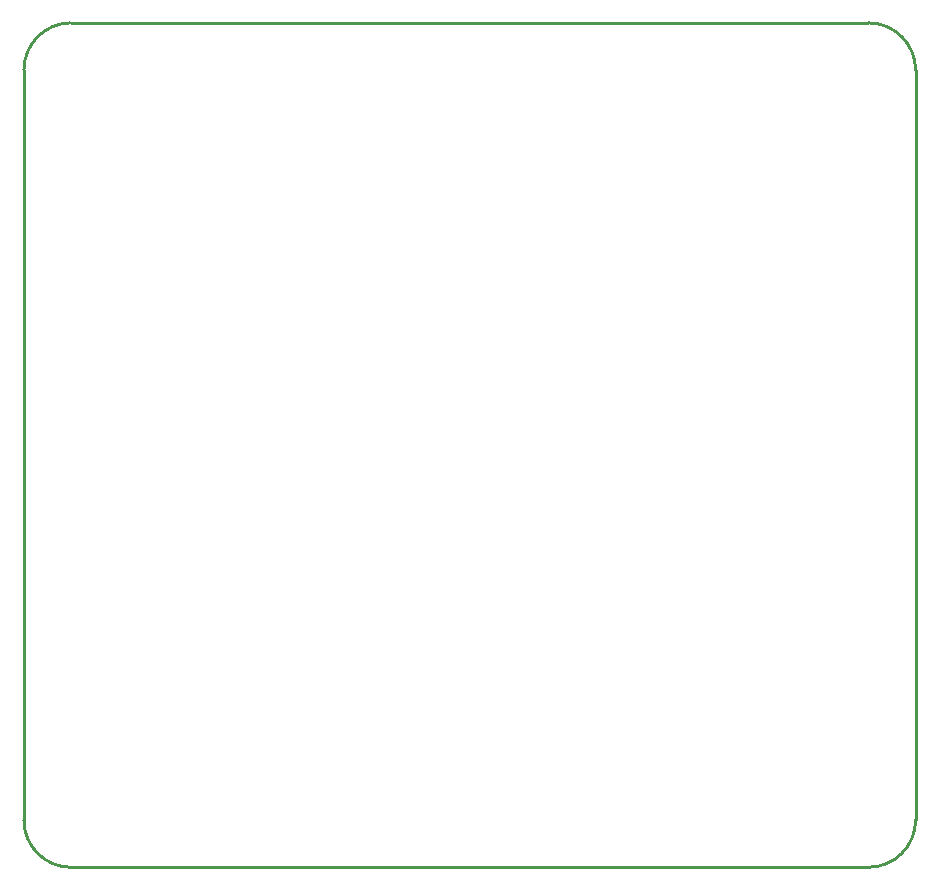
<source format=gko>
G04 Layer: BoardOutlineLayer*
G04 EasyEDA v6.5.40, 2024-05-01 13:46:42*
G04 7703e67730494ffebf129c6139567d94,10*
G04 Gerber Generator version 0.2*
G04 Scale: 100 percent, Rotated: No, Reflected: No *
G04 Dimensions in millimeters *
G04 leading zeros omitted , absolute positions ,4 integer and 5 decimal *
%FSLAX45Y45*%
%MOMM*%

%ADD10C,0.2540*%
D10*
X-249999Y-6549986D02*
G01*
X-249999Y-199999D01*
X6899986Y-6949986D02*
G01*
X149999Y-6949986D01*
X7299985Y-199999D02*
G01*
X7299985Y-6549986D01*
X149999Y199999D02*
G01*
X6899986Y199999D01*
G75*
G01*
X6899986Y200000D02*
G02*
X7299985Y-200000I0J-400000D01*
G75*
G01*
X7299985Y-6549987D02*
G02*
X6899986Y-6949986I-399999J0D01*
G75*
G01*
X150000Y-6949986D02*
G02*
X-250000Y-6549987I0J399999D01*
G75*
G01*
X-250000Y-200000D02*
G02*
X150000Y200000I400000J0D01*

%LPD*%
M02*

</source>
